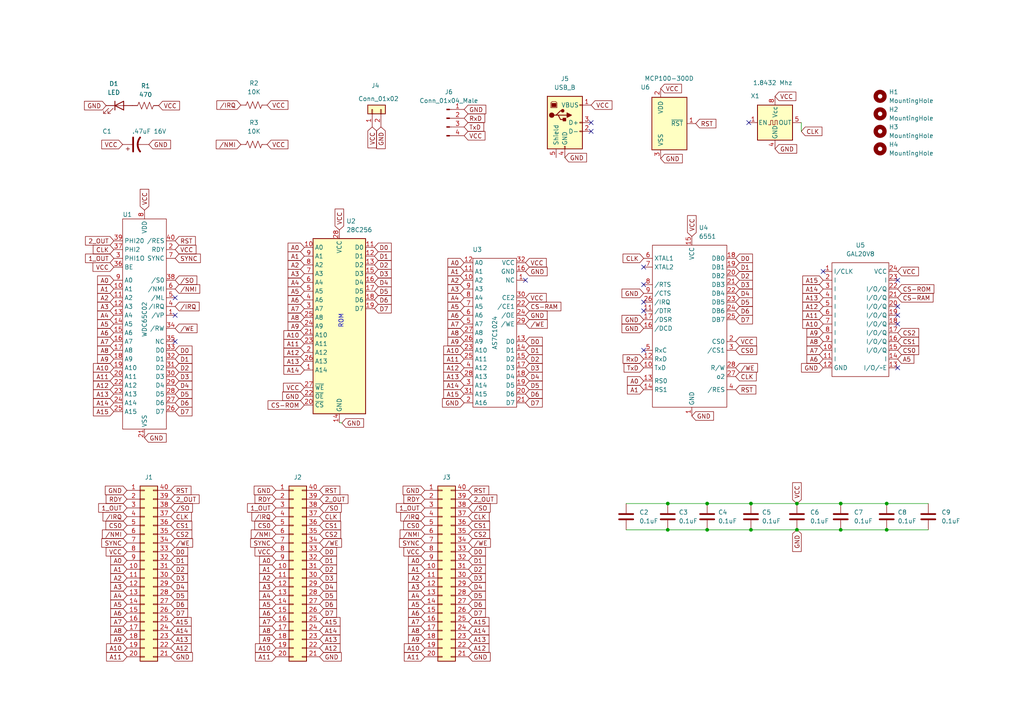
<source format=kicad_sch>
(kicad_sch (version 20211123) (generator eeschema)
  (paper "A4")
  (title_block (title "6502 Single Board Computer") (date "2023-03-16") (rev "1"))
  (junction (at 257.175 153.67))
  (junction (at 231.14 146.05))
  (junction (at 243.84 146.05))
  (junction (at 231.14 153.67))
  (junction (at 217.805 153.67))
  (junction (at 257.175 146.05))
  (junction (at 243.84 153.67))
  (junction (at 205.105 153.67))
  (junction (at 193.675 153.67))
  (junction (at 193.675 146.05))
  (junction (at 205.105 146.05))
  (junction (at 217.805 146.05))
  (no_connect (at 260.35 88.9))
  (no_connect (at 50.8 86.36))
  (no_connect (at 238.76 78.74))
  (no_connect (at 186.69 77.47))
  (no_connect (at 217.17 35.56))
  (no_connect (at 186.69 87.63))
  (no_connect (at 186.69 90.17))
  (no_connect (at 50.8 91.44))
  (no_connect (at 260.35 93.98))
  (no_connect (at 260.35 106.68))
  (no_connect (at 50.8 99.06))
  (no_connect (at 186.69 82.55))
  (no_connect (at 171.45 35.56))
  (no_connect (at 171.45 38.1))
  (no_connect (at 186.69 101.6))
  (no_connect (at 260.35 81.28))
  (no_connect (at 260.35 91.44))
  (no_connect (at 152.4 81.28))
  (wire (pts (xy 231.14 153.67) (xy 243.84 153.67)))
  (wire (pts (xy 193.675 146.05) (xy 205.105 146.05)))
  (wire (pts (xy 257.175 153.67) (xy 269.24 153.67)))
  (wire (pts (xy 205.105 153.67) (xy 217.805 153.67)))
  (wire (pts (xy 257.175 146.05) (xy 269.24 146.05)))
  (wire (pts (xy 163.83 45.7454) (xy 163.83 45.72)))
  (wire (pts (xy 181.61 146.05) (xy 193.675 146.05)))
  (wire (pts (xy 232.41 35.56) (xy 232.41 38.1)))
  (wire (pts (xy 217.805 146.05) (xy 231.14 146.05)))
  (wire (pts (xy 231.14 146.05) (xy 243.84 146.05)))
  (wire (pts (xy 181.61 153.67) (xy 193.675 153.67)))
  (wire (pts (xy 243.84 146.05) (xy 257.175 146.05)))
  (wire (pts (xy 243.84 153.67) (xy 257.175 153.67)))
  (wire (pts (xy 99.1616 122.682) (xy 98.425 122.555)))
  (wire (pts (xy 217.805 153.67) (xy 231.14 153.67)))
  (wire (pts (xy 193.675 153.67) (xy 205.105 153.67)))
  (wire (pts (xy 205.105 146.05) (xy 217.805 146.05)))
  (text "ROM" (at 99.695 95.25 90) (effects (font (size 1.27 1.27)) (justify left bottom)))
  (global_label "A5" (shape input) (at 88.265 84.455 180) (property "Intersheet References" "${INTERSHEET_REFS}" (effects hide)))
  (global_label "A14" (shape input) (at 135.89 182.88 0) (property "Intersheet References" "${INTERSHEET_REFS}" (effects hide)))
  (global_label "D7" (shape input) (at 213.36 92.71 0) (property "Intersheet References" "${INTERSHEET_REFS}" (effects hide)))
  (global_label "A3" (shape input) (at 88.265 79.375 180) (property "Intersheet References" "${INTERSHEET_REFS}" (effects hide)))
  (global_label "A3" (shape input) (at 80.01 170.18 180) (property "Intersheet References" "${INTERSHEET_REFS}" (effects hide)))
  (global_label "A3" (shape input) (at 123.19 170.18 180) (property "Intersheet References" "${INTERSHEET_REFS}" (effects hide)))
  (global_label "A10" (shape input) (at 88.265 97.155 180) (property "Intersheet References" "${INTERSHEET_REFS}" (effects hide)))
  (global_label "A14" (shape input) (at 238.76 83.82 180) (property "Intersheet References" "${INTERSHEET_REFS}" (effects hide)))
  (global_label "A12" (shape input) (at 49.53 187.96 0) (property "Intersheet References" "${INTERSHEET_REFS}" (effects hide)))
  (global_label "A8" (shape input) (at 123.19 182.88 180) (property "Intersheet References" "${INTERSHEET_REFS}" (effects hide)))
  (global_label "A3" (shape input) (at 134.62 83.82 180) (property "Intersheet References" "${INTERSHEET_REFS}" (effects hide)))
  (global_label "GND" (shape input) (at 186.69 95.25 180) (property "Intersheet References" "${INTERSHEET_REFS}" (effects hide)))
  (global_label "A0" (shape input) (at 123.19 162.56 180) (property "Intersheet References" "${INTERSHEET_REFS}" (effects hide)))
  (global_label "1_OUT" (shape input) (at 33.02 74.93 180) (property "Intersheet References" "${INTERSHEET_REFS}" (effects hide)))
  (global_label "A12" (shape input) (at 238.76 88.9 180) (property "Intersheet References" "${INTERSHEET_REFS}" (effects hide)))
  (global_label "GND" (shape input) (at 152.4 78.74 0) (property "Intersheet References" "${INTERSHEET_REFS}" (effects hide)))
  (global_label "A14" (shape input) (at 92.71 182.88 0) (property "Intersheet References" "${INTERSHEET_REFS}" (effects hide)))
  (global_label "A4" (shape input) (at 80.01 172.72 180) (property "Intersheet References" "${INTERSHEET_REFS}" (effects hide)))
  (global_label "A0" (shape input) (at 186.69 110.49 180) (property "Intersheet References" "${INTERSHEET_REFS}" (effects hide)))
  (global_label "A1" (shape input) (at 36.83 165.1 180) (property "Intersheet References" "${INTERSHEET_REFS}" (effects hide)))
  (global_label "CS0" (shape input) (at 123.19 152.4 180) (property "Intersheet References" "${INTERSHEET_REFS}" (effects hide)))
  (global_label "A8" (shape input) (at 36.83 182.88 180) (property "Intersheet References" "${INTERSHEET_REFS}" (effects hide)))
  (global_label "GND" (shape input) (at 92.71 190.5 0) (property "Intersheet References" "${INTERSHEET_REFS}" (effects hide)))
  (global_label "D5" (shape input) (at 108.585 84.455 0) (property "Intersheet References" "${INTERSHEET_REFS}" (effects hide)))
  (global_label "A11" (shape input) (at 36.83 190.5 180) (property "Intersheet References" "${INTERSHEET_REFS}" (effects hide)))
  (global_label "A4" (shape input) (at 134.62 86.36 180) (property "Intersheet References" "${INTERSHEET_REFS}" (effects hide)))
  (global_label "SYNC" (shape input) (at 36.83 157.48 180) (property "Intersheet References" "${INTERSHEET_REFS}" (effects hide)))
  (global_label "D5" (shape input) (at 50.8 114.3 0) (property "Intersheet References" "${INTERSHEET_REFS}" (effects hide)))
  (global_label "2_OUT" (shape input) (at 33.02 69.85 180) (property "Intersheet References" "${INTERSHEET_REFS}" (effects hide)))
  (global_label "A5" (shape input) (at 134.62 88.9 180) (property "Intersheet References" "${INTERSHEET_REFS}" (effects hide)))
  (global_label "{slash}WE" (shape input) (at 50.8 95.25 0) (property "Intersheet References" "${INTERSHEET_REFS}" (effects hide)))
  (global_label "A11" (shape input) (at 238.76 91.44 180) (property "Intersheet References" "${INTERSHEET_REFS}" (effects hide)))
  (global_label "A5" (shape input) (at 80.01 175.26 180) (property "Intersheet References" "${INTERSHEET_REFS}" (effects hide)))
  (global_label "D5" (shape input) (at 49.53 172.72 0) (property "Intersheet References" "${INTERSHEET_REFS}" (effects hide)))
  (global_label "D6" (shape input) (at 152.4 114.3 0) (property "Intersheet References" "${INTERSHEET_REFS}" (effects hide)))
  (global_label "A14" (shape input) (at 49.53 182.88 0) (property "Intersheet References" "${INTERSHEET_REFS}" (effects hide)))
  (global_label "GND" (shape input) (at 49.53 190.5 0) (property "Intersheet References" "${INTERSHEET_REFS}" (effects hide)))
  (global_label "{slash}NMI" (shape input) (at 50.8 83.82 0) (property "Intersheet References" "${INTERSHEET_REFS}" (effects hide)))
  (global_label "A8" (shape input) (at 88.265 92.075 180) (property "Intersheet References" "${INTERSHEET_REFS}" (effects hide)))
  (global_label "CS0" (shape input) (at 36.83 152.4 180) (property "Intersheet References" "${INTERSHEET_REFS}" (effects hide)))
  (global_label "RDY" (shape input) (at 36.83 144.78 180) (property "Intersheet References" "${INTERSHEET_REFS}" (effects hide)))
  (global_label "D1" (shape input) (at 49.53 162.56 0) (property "Intersheet References" "${INTERSHEET_REFS}" (effects hide)))
  (global_label "A14" (shape input) (at 134.62 111.76 180) (property "Intersheet References" "${INTERSHEET_REFS}" (effects hide)))
  (global_label "VCC" (shape input) (at 33.02 77.47 180) (property "Intersheet References" "${INTERSHEET_REFS}" (effects hide)))
  (global_label "{slash}SO" (shape input) (at 49.53 147.32 0) (property "Intersheet References" "${INTERSHEET_REFS}" (effects hide)))
  (global_label "{slash}SO" (shape input) (at 135.89 147.32 0) (property "Intersheet References" "${INTERSHEET_REFS}" (effects hide)))
  (global_label "D5" (shape input) (at 152.4 111.76 0) (property "Intersheet References" "${INTERSHEET_REFS}" (effects hide)))
  (global_label "A15" (shape input) (at 134.62 114.3 180) (property "Intersheet References" "${INTERSHEET_REFS}" (effects hide)))
  (global_label "D6" (shape input) (at 49.53 175.26 0) (property "Intersheet References" "${INTERSHEET_REFS}" (effects hide)))
  (global_label "A15" (shape input) (at 238.76 81.28 180) (property "Intersheet References" "${INTERSHEET_REFS}" (effects hide)))
  (global_label "A8" (shape input) (at 33.02 101.6 180) (property "Intersheet References" "${INTERSHEET_REFS}" (effects hide)))
  (global_label "A6" (shape input) (at 88.265 86.995 180) (property "Intersheet References" "${INTERSHEET_REFS}" (effects hide)))
  (global_label "{slash}WE" (shape input) (at 92.71 157.48 0) (property "Intersheet References" "${INTERSHEET_REFS}" (effects hide)))
  (global_label "A12" (shape input) (at 134.62 106.68 180) (property "Intersheet References" "${INTERSHEET_REFS}" (effects hide)))
  (global_label "A0" (shape input) (at 33.02 81.28 180) (property "Intersheet References" "${INTERSHEET_REFS}" (effects hide)))
  (global_label "GND" (shape input) (at 99.1616 122.682 0) (property "Intersheet References" "${INTERSHEET_REFS}" (effects hide)))
  (global_label "{slash}WE" (shape input) (at 152.4 93.98 0) (property "Intersheet References" "${INTERSHEET_REFS}" (effects hide)))
  (global_label "RDY" (shape input) (at 123.19 144.78 180) (property "Intersheet References" "${INTERSHEET_REFS}" (effects hide)))
  (global_label "SYNC" (shape input) (at 123.19 157.48 180) (property "Intersheet References" "${INTERSHEET_REFS}" (effects hide)))
  (global_label "A9" (shape input) (at 36.83 185.42 180) (property "Intersheet References" "${INTERSHEET_REFS}" (effects hide)))
  (global_label "D3" (shape input) (at 135.89 167.64 0) (property "Intersheet References" "${INTERSHEET_REFS}" (effects hide)))
  (global_label "D7" (shape input) (at 50.8 119.38 0) (property "Intersheet References" "${INTERSHEET_REFS}" (effects hide)))
  (global_label "VCC" (shape input) (at 98.425 66.675 90) (property "Intersheet References" "${INTERSHEET_REFS}" (effects hide)))
  (global_label "A6" (shape input) (at 123.19 177.8 180) (property "Intersheet References" "${INTERSHEET_REFS}" (effects hide)))
  (global_label "A6" (shape input) (at 80.01 177.8 180) (property "Intersheet References" "${INTERSHEET_REFS}" (effects hide)))
  (global_label "CLK" (shape input) (at 92.71 149.86 0) (property "Intersheet References" "${INTERSHEET_REFS}" (effects hide)))
  (global_label "CS0" (shape input) (at 260.35 101.6 0) (property "Intersheet References" "${INTERSHEET_REFS}" (effects hide)))
  (global_label "A1" (shape input) (at 123.19 165.1 180) (property "Intersheet References" "${INTERSHEET_REFS}" (effects hide)))
  (global_label "{slash}WE" (shape input) (at 135.89 157.48 0) (property "Intersheet References" "${INTERSHEET_REFS}" (effects hide)))
  (global_label "A5" (shape input) (at 123.19 175.26 180) (property "Intersheet References" "${INTERSHEET_REFS}" (effects hide)))
  (global_label "RST" (shape input) (at 50.8 69.85 0) (property "Intersheet References" "${INTERSHEET_REFS}" (effects hide)))
  (global_label "A7" (shape input) (at 36.83 180.34 180) (property "Intersheet References" "${INTERSHEET_REFS}" (effects hide)))
  (global_label "A8" (shape input) (at 238.76 99.06 180) (property "Intersheet References" "${INTERSHEET_REFS}" (effects hide)))
  (global_label "D1" (shape input) (at 50.8 104.14 0) (property "Intersheet References" "${INTERSHEET_REFS}" (effects hide)))
  (global_label "A15" (shape input) (at 135.89 180.34 0) (property "Intersheet References" "${INTERSHEET_REFS}" (effects hide)))
  (global_label "A8" (shape input) (at 134.62 96.52 180) (property "Intersheet References" "${INTERSHEET_REFS}" (effects hide)))
  (global_label "VCC" (shape input) (at 191.6176 25.6794 0) (property "Intersheet References" "${INTERSHEET_REFS}" (effects hide)))
  (global_label "{slash}NMI" (shape input) (at 80.01 154.94 180) (property "Intersheet References" "${INTERSHEET_REFS}" (effects hide)))
  (global_label "RST" (shape input) (at 49.53 142.24 0) (property "Intersheet References" "${INTERSHEET_REFS}" (effects hide)))
  (global_label "VCC" (shape input) (at 41.91 60.96 90) (property "Intersheet References" "${INTERSHEET_REFS}" (effects hide)))
  (global_label "CS-RAM" (shape input) (at 260.35 86.36 0) (property "Intersheet References" "${INTERSHEET_REFS}" (effects hide)))
  (global_label "2_OUT" (shape input) (at 92.71 144.78 0) (property "Intersheet References" "${INTERSHEET_REFS}" (effects hide)))
  (global_label "VCC" (shape input) (at 231.14 146.05 90) (property "Intersheet References" "${INTERSHEET_REFS}" (effects hide)))
  (global_label "A11" (shape input) (at 80.01 190.5 180) (property "Intersheet References" "${INTERSHEET_REFS}" (effects hide)))
  (global_label "D5" (shape input) (at 135.89 172.72 0) (property "Intersheet References" "${INTERSHEET_REFS}" (effects hide)))
  (global_label "GND" (shape input) (at 224.79 43.18 0) (property "Intersheet References" "${INTERSHEET_REFS}" (effects hide)))
  (global_label "GND" (shape input) (at 88.265 114.935 180) (property "Intersheet References" "${INTERSHEET_REFS}" (effects hide)))
  (global_label "A12" (shape input) (at 88.265 102.235 180) (property "Intersheet References" "${INTERSHEET_REFS}" (effects hide)))
  (global_label "D0" (shape input) (at 152.4 99.06 0) (property "Intersheet References" "${INTERSHEET_REFS}" (effects hide)))
  (global_label "2_OUT" (shape input) (at 49.53 144.78 0) (property "Intersheet References" "${INTERSHEET_REFS}" (effects hide)))
  (global_label "VCC" (shape input) (at 36.83 160.02 180) (property "Intersheet References" "${INTERSHEET_REFS}" (effects hide)))
  (global_label "RST" (shape input) (at 201.7776 35.8394 0) (property "Intersheet References" "${INTERSHEET_REFS}" (effects hide)))
  (global_label "D0" (shape input) (at 213.36 74.93 0) (property "Intersheet References" "${INTERSHEET_REFS}" (effects hide)))
  (global_label "D3" (shape input) (at 213.36 82.55 0) (property "Intersheet References" "${INTERSHEET_REFS}" (effects hide)))
  (global_label "D0" (shape input) (at 49.53 160.02 0) (property "Intersheet References" "${INTERSHEET_REFS}" (effects hide)))
  (global_label "A4" (shape input) (at 36.83 172.72 180) (property "Intersheet References" "${INTERSHEET_REFS}" (effects hide)))
  (global_label "GND" (shape input) (at 30.7848 30.6324 180) (property "Intersheet References" "${INTERSHEET_REFS}" (effects hide)))
  (global_label "CS2" (shape input) (at 135.89 154.94 0) (property "Intersheet References" "${INTERSHEET_REFS}" (effects hide)))
  (global_label "D7" (shape input) (at 92.71 177.8 0) (property "Intersheet References" "${INTERSHEET_REFS}" (effects hide)))
  (global_label "A7" (shape input) (at 88.265 89.535 180) (property "Intersheet References" "${INTERSHEET_REFS}" (effects hide)))
  (global_label "D3" (shape input) (at 92.71 167.64 0) (property "Intersheet References" "${INTERSHEET_REFS}" (effects hide)))
  (global_label "TxD" (shape input) (at 134.62 36.83 0) (property "Intersheet References" "${INTERSHEET_REFS}" (effects hide)))
  (global_label "D1" (shape input) (at 135.89 162.56 0) (property "Intersheet References" "${INTERSHEET_REFS}" (effects hide)))
  (global_label "D4" (shape input) (at 213.36 85.09 0) (property "Intersheet References" "${INTERSHEET_REFS}" (effects hide)))
  (global_label "CS2" (shape input) (at 260.35 96.52 0) (property "Intersheet References" "${INTERSHEET_REFS}" (effects hide)))
  (global_label "GND" (shape input) (at 36.83 142.24 180) (property "Intersheet References" "${INTERSHEET_REFS}" (effects hide)))
  (global_label "D4" (shape input) (at 49.53 170.18 0) (property "Intersheet References" "${INTERSHEET_REFS}" (effects hide)))
  (global_label "D6" (shape input) (at 92.71 175.26 0) (property "Intersheet References" "${INTERSHEET_REFS}" (effects hide)))
  (global_label "A2" (shape input) (at 123.19 167.64 180) (property "Intersheet References" "${INTERSHEET_REFS}" (effects hide)))
  (global_label "A14" (shape input) (at 33.02 116.84 180) (property "Intersheet References" "${INTERSHEET_REFS}" (effects hide)))
  (global_label "A12" (shape input) (at 92.71 187.96 0) (property "Intersheet References" "${INTERSHEET_REFS}" (effects hide)))
  (global_label "A3" (shape input) (at 36.83 170.18 180) (property "Intersheet References" "${INTERSHEET_REFS}" (effects hide)))
  (global_label "D7" (shape input) (at 49.53 177.8 0) (property "Intersheet References" "${INTERSHEET_REFS}" (effects hide)))
  (global_label "A1" (shape input) (at 80.01 165.1 180) (property "Intersheet References" "${INTERSHEET_REFS}" (effects hide)))
  (global_label "A5" (shape input) (at 36.83 175.26 180) (property "Intersheet References" "${INTERSHEET_REFS}" (effects hide)))
  (global_label "CLK" (shape input) (at 186.69 74.93 180) (property "Intersheet References" "${INTERSHEET_REFS}" (effects hide)))
  (global_label "D7" (shape input) (at 135.89 177.8 0) (property "Intersheet References" "${INTERSHEET_REFS}" (effects hide)))
  (global_label "GND" (shape input) (at 123.19 142.24 180) (property "Intersheet References" "${INTERSHEET_REFS}" (effects hide)))
  (global_label "D2" (shape input) (at 49.53 165.1 0) (property "Intersheet References" "${INTERSHEET_REFS}" (effects hide)))
  (global_label "D0" (shape input) (at 135.89 160.02 0) (property "Intersheet References" "${INTERSHEET_REFS}" (effects hide)))
  (global_label "GND" (shape input) (at 152.4 91.44 0) (property "Intersheet References" "${INTERSHEET_REFS}" (effects hide)))
  (global_label "VCC" (shape input) (at 213.36 99.06 0) (property "Intersheet References" "${INTERSHEET_REFS}" (effects hide)))
  (global_label "A9" (shape input) (at 123.19 185.42 180) (property "Intersheet References" "${INTERSHEET_REFS}" (effects hide)))
  (global_label "A12" (shape input) (at 33.02 111.76 180) (property "Intersheet References" "${INTERSHEET_REFS}" (effects hide)))
  (global_label "{slash}WE" (shape input) (at 49.53 157.48 0) (property "Intersheet References" "${INTERSHEET_REFS}" (effects hide)))
  (global_label "RDY" (shape input) (at 80.01 144.78 180) (property "Intersheet References" "${INTERSHEET_REFS}" (effects hide)))
  (global_label "A7" (shape input) (at 33.02 99.06 180) (property "Intersheet References" "${INTERSHEET_REFS}" (effects hide)))
  (global_label "{slash}IRQ" (shape input) (at 69.85 30.48 180) (property "Intersheet References" "${INTERSHEET_REFS}" (effects hide)))
  (global_label "GND" (shape input) (at 134.62 31.75 0) (property "Intersheet References" "${INTERSHEET_REFS}" (effects hide)))
  (global_label "RST" (shape input) (at 213.36 113.03 0) (property "Intersheet References" "${INTERSHEET_REFS}" (effects hide)))
  (global_label "D1" (shape input) (at 108.585 74.295 0) (property "Intersheet References" "${INTERSHEET_REFS}" (effects hide)))
  (global_label "A9" (shape input) (at 80.01 185.42 180) (property "Intersheet References" "${INTERSHEET_REFS}" (effects hide)))
  (global_label "{slash}WE" (shape input) (at 213.36 106.68 0) (property "Intersheet References" "${INTERSHEET_REFS}" (effects hide)))
  (global_label "1_OUT" (shape input) (at 36.83 147.32 180) (property "Intersheet References" "${INTERSHEET_REFS}" (effects hide)))
  (global_label "A11" (shape input) (at 134.62 104.14 180) (property "Intersheet References" "${INTERSHEET_REFS}" (effects hide)))
  (global_label "A3" (shape input) (at 33.02 88.9 180) (property "Intersheet References" "${INTERSHEET_REFS}" (effects hide)))
  (global_label "A12" (shape input) (at 135.89 187.96 0) (property "Intersheet References" "${INTERSHEET_REFS}" (effects hide)))
  (global_label "D7" (shape input) (at 108.585 89.535 0) (property "Intersheet References" "${INTERSHEET_REFS}" (effects hide)))
  (global_label "A0" (shape input) (at 88.265 71.755 180) (property "Intersheet References" "${INTERSHEET_REFS}" (effects hide)))
  (global_label "A13" (shape input) (at 134.62 109.22 180) (property "Intersheet References" "${INTERSHEET_REFS}" (effects hide)))
  (global_label "A11" (shape input) (at 88.265 99.695 180) (property "Intersheet References" "${INTERSHEET_REFS}" (effects hide)))
  (global_label "A5" (shape input) (at 260.35 104.14 0) (property "Intersheet References" "${INTERSHEET_REFS}" (effects hide)))
  (global_label "SYNC" (shape input) (at 80.01 157.48 180) (property "Intersheet References" "${INTERSHEET_REFS}" (effects hide)))
  (global_label "D1" (shape input) (at 152.4 101.6 0) (property "Intersheet References" "${INTERSHEET_REFS}" (effects hide)))
  (global_label "A1" (shape input) (at 33.02 83.82 180) (property "Intersheet References" "${INTERSHEET_REFS}" (effects hide)))
  (global_label "A14" (shape input) (at 88.265 107.315 180) (property "Intersheet References" "${INTERSHEET_REFS}" (effects hide)))
  (global_label "A2" (shape input) (at 36.83 167.64 180) (property "Intersheet References" "${INTERSHEET_REFS}" (effects hide)))
  (global_label "A6" (shape input) (at 238.76 104.14 180) (property "Intersheet References" "${INTERSHEET_REFS}" (effects hide)))
  (global_label "A2" (shape input) (at 88.265 76.835 180) (property "Intersheet References" "${INTERSHEET_REFS}" (effects hide)))
  (global_label "D3" (shape input) (at 108.585 79.375 0) (property "Intersheet References" "${INTERSHEET_REFS}" (effects hide)))
  (global_label "D0" (shape input) (at 108.585 71.755 0) (property "Intersheet References" "${INTERSHEET_REFS}" (effects hide)))
  (global_label "D5" (shape input) (at 92.71 172.72 0) (property "Intersheet References" "${INTERSHEET_REFS}" (effects hide)))
  (global_label "A10" (shape input) (at 36.83 187.96 180) (property "Intersheet References" "${INTERSHEET_REFS}" (effects hide)))
  (global_label "GND" (shape input) (at 43.18 41.91 0) (property "Intersheet References" "${INTERSHEET_REFS}" (effects hide)))
  (global_label "CS2" (shape input) (at 92.71 154.94 0) (property "Intersheet References" "${INTERSHEET_REFS}" (effects hide)))
  (global_label "D2" (shape input) (at 50.8 106.68 0) (property "Intersheet References" "${INTERSHEET_REFS}" (effects hide)))
  (global_label "A4" (shape input) (at 33.02 91.44 180) (property "Intersheet References" "${INTERSHEET_REFS}" (effects hide)))
  (global_label "CS-ROM" (shape input) (at 260.35 83.82 0) (property "Intersheet References" "${INTERSHEET_REFS}" (effects hide)))
  (global_label "D2" (shape input) (at 135.89 165.1 0) (property "Intersheet References" "${INTERSHEET_REFS}" (effects hide)))
  (global_label "D5" (shape input) (at 213.36 87.63 0) (property "Intersheet References" "${INTERSHEET_REFS}" (effects hide)))
  (global_label "CLK" (shape input) (at 232.41 38.1 0) (property "Intersheet References" "${INTERSHEET_REFS}" (effects hide)))
  (global_label "CS0" (shape input) (at 80.01 152.4 180) (property "Intersheet References" "${INTERSHEET_REFS}" (effects hide)))
  (global_label "GND" (shape input) (at 110.49 36.83 270) (property "Intersheet References" "${INTERSHEET_REFS}" (effects hide)))
  (global_label "A5" (shape input) (at 33.02 93.98 180) (property "Intersheet References" "${INTERSHEET_REFS}" (effects hide)))
  (global_label "GND" (shape input) (at 191.6176 45.9994 0) (property "Intersheet References" "${INTERSHEET_REFS}" (effects hide)))
  (global_label "D6" (shape input) (at 108.585 86.995 0) (property "Intersheet References" "${INTERSHEET_REFS}" (effects hide)))
  (global_label "RxD" (shape input) (at 186.69 104.14 180) (property "Intersheet References" "${INTERSHEET_REFS}" (effects hide)))
  (global_label "CS1" (shape input) (at 49.53 152.4 0) (property "Intersheet References" "${INTERSHEET_REFS}" (effects hide)))
  (global_label "GND" (shape input) (at 134.62 116.84 180) (property "Intersheet References" "${INTERSHEET_REFS}" (effects hide)))
  (global_label "A10" (shape input) (at 80.01 187.96 180) (property "Intersheet References" "${INTERSHEET_REFS}" (effects hide)))
  (global_label "D2" (shape input) (at 213.36 80.01 0) (property "Intersheet References" "${INTERSHEET_REFS}" (effects hide)))
  (global_label "A6" (shape input) (at 33.02 96.52 180) (property "Intersheet References" "${INTERSHEET_REFS}" (effects hide)))
  (global_label "{slash}SO" (shape input) (at 92.71 147.32 0) (property "Intersheet References" "${INTERSHEET_REFS}" (effects hide)))
  (global_label "A13" (shape input) (at 135.89 185.42 0) (property "Intersheet References" "${INTERSHEET_REFS}" (effects hide)))
  (global_label "A2" (shape input) (at 80.01 167.64 180) (property "Intersheet References" "${INTERSHEET_REFS}" (effects hide)))
  (global_label "A8" (shape input) (at 80.01 182.88 180) (property "Intersheet References" "${INTERSHEET_REFS}" (effects hide)))
  (global_label "A15" (shape input) (at 49.53 180.34 0) (property "Intersheet References" "${INTERSHEET_REFS}" (effects hide)))
  (global_label "GND" (shape input) (at 186.69 92.71 180) (property "Intersheet References" "${INTERSHEET_REFS}" (effects hide)))
  (global_label "D7" (shape input) (at 152.4 116.84 0) (property "Intersheet References" "${INTERSHEET_REFS}" (effects hide)))
  (global_label "D6" (shape input) (at 135.89 175.26 0) (property "Intersheet References" "${INTERSHEET_REFS}" (effects hide)))
  (global_label "VCC" (shape input) (at 46.0248 30.6324 0) (property "Intersheet References" "${INTERSHEET_REFS}" (effects hide)))
  (global_label "D1" (shape input) (at 92.71 162.56 0) (property "Intersheet References" "${INTERSHEET_REFS}" (effects hide)))
  (global_label "CS0" (shape input) (at 213.36 101.6 0) (property "Intersheet References" "${INTERSHEET_REFS}" (effects hide)))
  (global_label "VCC" (shape input) (at 35.56 41.91 180) (property "Intersheet References" "${INTERSHEET_REFS}" (effects hide)))
  (global_label "{slash}IRQ" (shape input) (at 123.19 149.86 180) (property "Intersheet References" "${INTERSHEET_REFS}" (effects hide)))
  (global_label "A15" (shape input) (at 33.02 119.38 180) (property "Intersheet References" "${INTERSHEET_REFS}" (effects hide)))
  (global_label "A1" (shape input) (at 134.62 78.74 180) (property "Intersheet References" "${INTERSHEET_REFS}" (effects hide)))
  (global_label "A13" (shape input) (at 88.265 104.775 180) (property "Intersheet References" "${INTERSHEET_REFS}" (effects hide)))
  (global_label "A15" (shape input) (at 92.71 180.34 0) (property "Intersheet References" "${INTERSHEET_REFS}" (effects hide)))
  (global_label "A7" (shape input) (at 238.76 101.6 180) (property "Intersheet References" "${INTERSHEET_REFS}" (effects hide)))
  (global_label "CLK" (shape input) (at 33.02 72.39 180) (property "Intersheet References" "${INTERSHEET_REFS}" (effects hide)))
  (global_label "A1" (shape input) (at 88.265 74.295 180) (property "Intersheet References" "${INTERSHEET_REFS}" (effects hide)))
  (global_label "A2" (shape input) (at 134.62 81.28 180) (property "Intersheet References" "${INTERSHEET_REFS}" (effects hide)))
  (global_label "A9" (shape input) (at 134.62 99.06 180) (property "Intersheet References" "${INTERSHEET_REFS}" (effects hide)))
  (global_label "CLK" (shape input) (at 213.36 109.22 0) (property "Intersheet References" "${INTERSHEET_REFS}" (effects hide)))
  (global_label "D4" (shape input) (at 92.71 170.18 0) (property "Intersheet References" "${INTERSHEET_REFS}" (effects hide)))
  (global_label "D3" (shape input) (at 50.8 109.22 0) (property "Intersheet References" "${INTERSHEET_REFS}" (effects hide)))
  (global_label "A7" (shape input) (at 80.01 180.34 180) (property "Intersheet References" "${INTERSHEET_REFS}" (effects hide)))
  (global_label "A9" (shape input) (at 33.02 104.14 180) (property "Intersheet References" "${INTERSHEET_REFS}" (effects hide)))
  (global_label "D2" (shape input) (at 152.4 104.14 0) (property "Intersheet References" "${INTERSHEET_REFS}" (effects hide)))
  (global_label "A13" (shape input) (at 33.02 114.3 180) (property "Intersheet References" "${INTERSHEET_REFS}" (effects hide)))
  (global_label "RxD" (shape input) (at 134.62 34.29 0) (property "Intersheet References" "${INTERSHEET_REFS}" (effects hide)))
  (global_label "A9" (shape input) (at 88.265 94.615 180) (property "Intersheet References" "${INTERSHEET_REFS}" (effects hide)))
  (global_label "D3" (shape input) (at 152.4 106.68 0) (property "Intersheet References" "${INTERSHEET_REFS}" (effects hide)))
  (global_label "GND" (shape input) (at 163.83 45.72 0) (property "Intersheet References" "${INTERSHEET_REFS}" (effects hide)))
  (global_label "CLK" (shape input) (at 49.53 149.86 0) (property "Intersheet References" "${INTERSHEET_REFS}" (effects hide)))
  (global_label "A13" (shape input) (at 238.76 86.36 180) (property "Intersheet References" "${INTERSHEET_REFS}" (effects hide)))
  (global_label "A11" (shape input) (at 123.19 190.5 180) (property "Intersheet References" "${INTERSHEET_REFS}" (effects hide)))
  (global_label "RST" (shape input) (at 92.71 142.24 0) (property "Intersheet References" "${INTERSHEET_REFS}" (effects hide)))
  (global_label "A7" (shape input) (at 123.19 180.34 180) (property "Intersheet References" "${INTERSHEET_REFS}" (effects hide)))
  (global_label "A4" (shape input) (at 88.265 81.915 180) (property "Intersheet References" "${INTERSHEET_REFS}" (effects hide)))
  (global_label "{slash}NMI" (shape input) (at 123.19 154.94 180) (property "Intersheet References" "${INTERSHEET_REFS}" (effects hide)))
  (global_label "CS-RAM" (shape input) (at 152.4 88.9 0) (property "Intersheet References" "${INTERSHEET_REFS}" (effects hide)))
  (global_label "SYNC" (shape input) (at 50.8 74.93 0) (property "Intersheet References" "${INTERSHEET_REFS}" (effects hide)))
  (global_label "GND" (shape input) (at 231.14 153.67 270) (property "Intersheet References" "${INTERSHEET_REFS}" (effects hide)))
  (global_label "{slash}IRQ" (shape input) (at 50.8 88.9 0) (property "Intersheet References" "${INTERSHEET_REFS}" (effects hide)))
  (global_label "A2" (shape input) (at 33.02 86.36 180) (property "Intersheet References" "${INTERSHEET_REFS}" (effects hide)))
  (global_label "A0" (shape input) (at 80.01 162.56 180) (property "Intersheet References" "${INTERSHEET_REFS}" (effects hide)))
  (global_label "VCC" (shape input) (at 77.47 41.91 0) (property "Intersheet References" "${INTERSHEET_REFS}" (effects hide)))
  (global_label "A4" (shape input) (at 123.19 172.72 180) (property "Intersheet References" "${INTERSHEET_REFS}" (effects hide)))
  (global_label "VCC" (shape input) (at 107.95 36.83 270) (property "Intersheet References" "${INTERSHEET_REFS}" (effects hide)))
  (global_label "D1" (shape input) (at 213.36 77.47 0) (property "Intersheet References" "${INTERSHEET_REFS}" (effects hide)))
  (global_label "GND" (shape input) (at 186.69 85.09 180) (property "Intersheet References" "${INTERSHEET_REFS}" (effects hide)))
  (global_label "CS1" (shape input) (at 92.71 152.4 0) (property "Intersheet References" "${INTERSHEET_REFS}" (effects hide)))
  (global_label "CS-ROM" (shape input) (at 88.265 117.475 180) (property "Intersheet References" "${INTERSHEET_REFS}" (effects hide)))
  (global_label "A9" (shape input) (at 238.76 96.52 180) (property "Intersheet References" "${INTERSHEET_REFS}" (effects hide)))
  (global_label "A1" (shape input) (at 186.69 113.03 180) (property "Intersheet References" "${INTERSHEET_REFS}" (effects hide)))
  (global_label "VCC" (shape input) (at 80.01 160.02 180) (property "Intersheet References" "${INTERSHEET_REFS}" (effects hide)))
  (global_label "D2" (shape input) (at 108.585 76.835 0) (property "Intersheet References" "${INTERSHEET_REFS}" (effects hide)))
  (global_label "A0" (shape input) (at 134.62 76.2 180) (property "Intersheet References" "${INTERSHEET_REFS}" (effects hide)))
  (global_label "A10" (shape input) (at 238.76 93.98 180) (property "Intersheet References" "${INTERSHEET_REFS}" (effects hide)))
  (global_label "A10" (shape input) (at 33.02 106.68 180) (property "Intersheet References" "${INTERSHEET_REFS}" (effects hide)))
  (global_label "VCC" (shape input) (at 50.8 72.39 0) (property "Intersheet References" "${INTERSHEET_REFS}" (effects hide)))
  (global_label "D4" (shape input) (at 50.8 111.76 0) (property "Intersheet References" "${INTERSHEET_REFS}" (effects hide)))
  (global_label "VCC" (shape input) (at 77.47 30.48 0) (property "Intersheet References" "${INTERSHEET_REFS}" (effects hide)))
  (global_label "VCC" (shape input) (at 200.66 68.58 90) (property "Intersheet References" "${INTERSHEET_REFS}" (effects hide)))
  (global_label "A11" (shape input) (at 33.02 109.22 180) (property "Intersheet References" "${INTERSHEET_REFS}" (effects hide)))
  (global_label "CS2" (shape input) (at 49.53 154.94 0) (property "Intersheet References" "${INTERSHEET_REFS}" (effects hide)))
  (global_label "VCC" (shape input) (at 134.62 39.37 0) (property "Intersheet References" "${INTERSHEET_REFS}" (effects hide)))
  (global_label "VCC" (shape input) (at 152.4 76.2 0) (property "Intersheet References" "${INTERSHEET_REFS}" (effects hide)))
  (global_label "GND" (shape input) (at 80.01 142.24 180) (property "Intersheet References" "${INTERSHEET_REFS}" (effects hide)))
  (global_label "VCC" (shape input) (at 224.79 27.94 0) (property "Intersheet References" "${INTERSHEET_REFS}" (effects hide)))
  (global_label "RST" (shape input) (at 135.89 142.24 0) (property "Intersheet References" "${INTERSHEET_REFS}" (effects hide)))
  (global_label "CS1" (shape input) (at 260.35 99.06 0) (property "Intersheet References" "${INTERSHEET_REFS}" (effects hide)))
  (global_label "A6" (shape input) (at 134.62 91.44 180) (property "Intersheet References" "${INTERSHEET_REFS}" (effects hide)))
  (global_label "{slash}IRQ" (shape input) (at 80.01 149.86 180) (property "Intersheet References" "${INTERSHEET_REFS}" (effects hide)))
  (global_label "D4" (shape input) (at 152.4 109.22 0) (property "Intersheet References" "${INTERSHEET_REFS}" (effects hide)))
  (global_label "A10" (shape input) (at 123.19 187.96 180) (property "Intersheet References" "${INTERSHEET_REFS}" (effects hide)))
  (global_label "D4" (shape input) (at 108.585 81.915 0) (property "Intersheet References" "${INTERSHEET_REFS}" (effects hide)))
  (global_label "{slash}NMI" (shape input) (at 69.85 41.91 180) (property "Intersheet References" "${INTERSHEET_REFS}" (effects hide)))
  (global_label "D6" (shape input) (at 213.36 90.17 0) (property "Intersheet References" "${INTERSHEET_REFS}" (effects hide)))
  (global_label "GND" (shape input) (at 238.76 106.68 180) (property "Intersheet References" "${INTERSHEET_REFS}" (effects hide)))
  (global_label "VCC" (shape input) (at 88.265 112.395 180) (property "Intersheet References" "${INTERSHEET_REFS}" (effects hide)))
  (global_label "VCC" (shape input) (at 171.45 30.48 0) (property "Intersheet References" "${INTERSHEET_REFS}" (effects hide)))
  (global_label "D0" (shape input) (at 92.71 160.02 0) (property "Intersheet References" "${INTERSHEET_REFS}" (effects hide)))
  (global_label "GND" (shape input) (at 135.89 190.5 0) (property "Intersheet References" "${INTERSHEET_REFS}" (effects hide)))
  (global_label "D6" (shape input) (at 50.8 116.84 0) (property "Intersheet References" "${INTERSHEET_REFS}" (effects hide)))
  (global_label "D4" (shape input) (at 135.89 170.18 0) (property "Intersheet References" "${INTERSHEET_REFS}" (effects hide)))
  (global_label "{slash}SO" (shape input) (at 50.8 81.28 0) (property "Intersheet References" "${INTERSHEET_REFS}" (effects hide)))
  (global_label "A6" (shape input) (at 36.83 177.8 180) (property "Intersheet References" "${INTERSHEET_REFS}" (effects hide)))
  (global_label "A7" (shape input) (at 134.62 93.98 180) (property "Intersheet References" "${INTERSHEET_REFS}" (effects hide)))
  (global_label "VCC" (shape input) (at 260.35 78.74 0) (property "Intersheet References" "${INTERSHEET_REFS}" (effects hide)))
  (global_label "1_OUT" (shape input) (at 123.19 147.32 180) (property "Intersheet References" "${INTERSHEET_REFS}" (effects hide)))
  (global_label "GND" (shape input) (at 41.91 127 0) (property "Intersheet References" "${INTERSHEET_REFS}" (effects hide)))
  (global_label "VCC" (shape input) (at 152.4 86.36 0) (property "Intersheet References" "${INTERSHEET_REFS}" (effects hide)))
  (global_label "D0" (shape input) (at 50.8 101.6 0) (property "Intersheet References" "${INTERSHEET_REFS}" (effects hide)))
  (global_label "{slash}IRQ" (shape input) (at 36.83 149.86 180) (property "Intersheet References" "${INTERSHEET_REFS}" (effects hide)))
  (global_label "A10" (shape input) (at 134.62 101.6 180) (property "Intersheet References" "${INTERSHEET_REFS}" (effects hide)))
  (global_label "D2" (shape input) (at 92.71 165.1 0) (property "Intersheet References" "${INTERSHEET_REFS}" (effects hide)))
  (global_label "1_OUT" (shape input) (at 80.01 147.32 180) (property "Intersheet References" "${INTERSHEET_REFS}" (effects hide)))
  (global_label "TxD" (shape input) (at 186.69 106.68 180) (property "Intersheet References" "${INTERSHEET_REFS}" (effects hide)))
  (global_label "A0" (shape input) (at 36.83 162.56 180) (property "Intersheet References" "${INTERSHEET_REFS}" (effects hide)))
  (global_label "VCC" (shape input) (at 123.19 160.02 180) (property "Intersheet References" "${INTERSHEET_REFS}" (effects hide)))
  (global_label "2_OUT" (shape input) (at 135.89 144.78 0) (property "Intersheet References" "${INTERSHEET_REFS}" (effects hide)))
  (global_label "{slash}NMI" (shape input) (at 36.83 154.94 180) (property "Intersheet References" "${INTERSHEET_REFS}" (effects hide)))
  (global_label "A13" (shape input) (at 49.53 185.42 0) (property "Intersheet References" "${INTERSHEET_REFS}" (effects hide)))
  (global_label "CS1" (shape input) (at 135.89 152.4 0) (property "Intersheet References" "${INTERSHEET_REFS}" (effects hide)))
  (global_label "D3" (shape input) (at 49.53 167.64 0) (property "Intersheet References" "${INTERSHEET_REFS}" (effects hide)))
  (global_label "GND" (shape input) (at 200.66 120.65 0) (property "Intersheet References" "${INTERSHEET_REFS}" (effects hide)))
  (global_label "A13" (shape input) (at 92.71 185.42 0) (property "Intersheet References" "${INTERSHEET_REFS}" (effects hide)))
  (global_label "CLK" (shape input) (at 135.89 149.86 0) (property "Intersheet References" "${INTERSHEET_REFS}" (effects hide)))
  (symbol (lib_id "Memory_EEPROM:28C256") (at 98.425 94.615 0) (unit 1)
    (property "Reference" "U2" (at 100.4444 64.135 0) (effects (justify left)))
    (property "Value" "28C256" (at 100.4444 66.675 0) (effects (justify left)))
    (property "Footprint" "Package_DIP:DIP-28_W15.24mm_Socket" (effects hide))
    (property "Datasheet" "http://ww1.microchip.com/downloads/en/DeviceDoc/doc0006.pdf" (effects hide))
  )
  (symbol (lib_id "Device:C") (at 257.175 149.86 0) (unit 1)
    (property "Reference" "C8" (at 260.35 148.5899 0) (effects (justify left)))
    (property "Value" "0.1uF" (at 260.35 151.1299 0) (effects (justify left)))
    (property "Footprint" "Capacitor_THT:C_Disc_D3.4mm_W2.1mm_P2.50mm" (effects hide))
  )
  (symbol (lib_id "Mechanical:MountingHole") (at 255.27 38.1 0) (unit 1)
    (property "Reference" "H3" (at 257.81 36.8299 0) (effects (justify left)))
    (property "Value" "MountingHole" (at 257.81 39.3699 0) (effects (justify left)))
    (property "Footprint" "MountingHole:MountingHole_3.2mm_M3" (effects hide))
  )
  (symbol (lib_id "Device:LED") (at 34.5948 30.6324 0) (unit 1)
    (property "Reference" "D1" (at 33.0073 24.2824 0))
    (property "Value" "LED" (at 33.0073 26.8224 0))
    (property "Footprint" "LED_THT:LED_D5.0mm" (effects hide))
  )
  (symbol (lib_id "Device:C") (at 269.24 149.86 0) (unit 1)
    (property "Reference" "C9" (at 273.05 148.5899 0) (effects (justify left)))
    (property "Value" "0.1uF" (at 273.05 151.1299 0) (effects (justify left)))
    (property "Footprint" "Capacitor_THT:C_Disc_D3.4mm_W2.1mm_P2.50mm" (effects hide))
  )
  (symbol (lib_id "6502:WDC65C02") (at 41.91 92.71 0) (unit 1)
    (property "Reference" "U1" (at 35.56 62.23 0) (effects (justify left)))
    (property "Value" "WDC65C02" (at 41.91 97.79 90) (effects (justify left)))
    (property "Footprint" "Package_DIP:DIP-40_W15.24mm_Socket" (effects hide))
  )
  (symbol (lib_id "Device:C") (at 193.675 149.86 0) (unit 1)
    (property "Reference" "C3" (at 196.85 148.5899 0) (effects (justify left)))
    (property "Value" "0.1uF" (at 196.85 151.1299 0) (effects (justify left)))
    (property "Footprint" "Capacitor_THT:C_Disc_D3.4mm_W2.1mm_P2.50mm" (effects hide))
  )
  (symbol (lib_id "Device:C") (at 243.84 149.86 0) (unit 1)
    (property "Reference" "C7" (at 247.65 148.5899 0) (effects (justify left)))
    (property "Value" "0.1uF" (at 247.65 151.1299 0) (effects (justify left)))
    (property "Footprint" "Capacitor_THT:C_Disc_D3.4mm_W2.1mm_P2.50mm" (effects hide))
  )
  (symbol (lib_id "Mechanical:MountingHole") (at 255.27 33.02 0) (unit 1)
    (property "Reference" "H2" (at 257.81 31.7499 0) (effects (justify left)))
    (property "Value" "MountingHole" (at 257.81 34.2899 0) (effects (justify left)))
    (property "Footprint" "MountingHole:MountingHole_3.2mm_M3" (effects hide))
  )
  (symbol (lib_id "Device:R_US") (at 73.66 30.48 270) (unit 1)
    (property "Reference" "R2" (at 73.66 24.13 90))
    (property "Value" "10K" (at 73.66 26.67 90))
    (property "Footprint" "Resistor_THT:R_Axial_DIN0204_L3.6mm_D1.6mm_P7.62mm_Horizontal" (effects hide))
  )
  (symbol (lib_id "Device:C") (at 181.61 149.86 0) (unit 1)
    (property "Reference" "C2" (at 185.42 148.5899 0) (effects (justify left)))
    (property "Value" "0.1uF" (at 185.42 151.1299 0) (effects (justify left)))
    (property "Footprint" "Capacitor_THT:C_Disc_D3.4mm_W2.1mm_P2.50mm" (effects hide))
  )
  (symbol (lib_id "-MyStuff:Conn_02x20_Counter_Clockwise") (at 129.54 191.77 0) (unit 1)
    (property "Reference" "J3" (at 129.54 138.43 0))
    (property "Value" "Conn_02x20_Counter_Clockwise" (effects hide))
    (property "Footprint" "-MyStuff:PinSocket_2x20_P2.54mm_Vertical" (effects hide))
  )
  (symbol (lib_id "Device:R_US") (at 73.66 41.91 270) (unit 1)
    (property "Reference" "R3" (at 73.66 35.56 90))
    (property "Value" "10K" (at 73.66 38.1 90))
    (property "Footprint" "Resistor_THT:R_Axial_DIN0204_L3.6mm_D1.6mm_P7.62mm_Horizontal" (effects hide))
  )
  (symbol (lib_id "Device:C") (at 231.14 149.86 0) (unit 1)
    (property "Reference" "C6" (at 234.95 148.5899 0) (effects (justify left)))
    (property "Value" "0.1uF" (at 234.95 151.1299 0) (effects (justify left)))
    (property "Footprint" "Capacitor_THT:C_Disc_D3.4mm_W2.1mm_P2.50mm" (effects hide))
  )
  (symbol (lib_id "Connector:USB_B") (at 163.83 35.56 0) (unit 1)
    (property "Reference" "J5" (at 163.83 22.8346 0))
    (property "Value" "USB_B" (at 163.83 25.3746 0))
    (property "Footprint" "Connector_USB:USB_Mini-B_Lumberg_2486_01_Horizontal" (effects hide))
    (property "Datasheet" " ~" (effects hide))
  )
  (symbol (lib_id "6502:6551") (at 200.66 93.98 0) (unit 1)
    (property "Reference" "U4" (at 202.6794 66.04 0) (effects (justify left)))
    (property "Value" "6551" (at 202.6794 68.58 0) (effects (justify left)))
    (property "Footprint" "Package_DIP:DIP-28_W15.24mm_Socket" (effects hide))
  )
  (symbol (lib_id "Device:C_Polarized_US") (at 39.37 41.91 90) (unit 1)
    (property "Reference" "C1" (at 32.385 38.1 90) (effects (justify left)))
    (property "Value" ".47uF 16V" (at 48.26 38.1 90) (effects (justify left)))
    (property "Footprint" "Capacitor_THT:CP_Radial_D5.0mm_P2.00mm" (effects hide))
  )
  (symbol (lib_id "-MyStuff:AS7C1024") (at 143.51 96.52 0) (unit 1)
    (property "Reference" "U3" (at 138.43 72.39 0))
    (property "Value" "AS7C1024" (at 143.51 96.52 90))
    (property "Footprint" "Package_DIP:DIP-32_W7.62mm" (effects hide))
  )
  (symbol (lib_id "-MyStuff:GAL20V8") (at 250.19 92.71 0) (unit 1)
    (property "Reference" "U5" (at 249.555 71.12 0))
    (property "Value" "GAL20V8" (at 249.555 73.66 0))
    (property "Footprint" "Package_DIP:DIP-24_W7.62mm_Socket" (effects hide))
  )
  (symbol (lib_id "Oscillator:CXO_DIP8") (at 224.79 35.56 0) (unit 1)
    (property "Reference" "X1" (at 219.0242 27.8384 0))
    (property "Value" "1.8432 Mhz" (at 224.1042 24.0284 0))
    (property "Footprint" "Oscillator:Oscillator_DIP-8" (effects hide))
    (property "Datasheet" "http://cdn-reichelt.de/documents/datenblatt/B400/OSZI.pdf" (effects hide))
  )
  (symbol (lib_id "-MyStuff:Conn_02x20_Counter_Clockwise") (at 43.18 191.77 0) (unit 1)
    (property "Reference" "J1" (at 43.18 138.43 0))
    (property "Value" "Conn_02x20_Counter_Clockwise" (effects hide))
    (property "Footprint" "-MyStuff:PinSocket_2x20_P2.54mm_Vertical" (effects hide))
  )
  (symbol (lib_id "Connector:Conn_01x04_Male") (at 129.54 34.29 0) (unit 1)
    (property "Reference" "J6" (at 130.175 26.67 0))
    (property "Value" "Conn_01x04_Male" (at 130.175 29.21 0))
    (property "Footprint" "Connector_PinHeader_2.54mm:PinHeader_1x04_P2.54mm_Horizontal" (effects hide))
  )
  (symbol (lib_id "Mechanical:MountingHole") (at 255.27 43.18 0) (unit 1)
    (property "Reference" "H4" (at 257.81 41.9099 0) (effects (justify left)))
    (property "Value" "MountingHole" (at 257.81 44.4499 0) (effects (justify left)))
    (property "Footprint" "MountingHole:MountingHole_3.2mm_M3" (effects hide))
  )
  (symbol (lib_id "Device:C") (at 217.805 149.86 0) (unit 1)
    (property "Reference" "C5" (at 220.98 148.5899 0) (effects (justify left)))
    (property "Value" "0.1uF" (at 220.98 151.1299 0) (effects (justify left)))
    (property "Footprint" "Capacitor_THT:C_Disc_D3.4mm_W2.1mm_P2.50mm" (effects hide))
  )
  (symbol (lib_id "-MyStuff:Conn_02x20_Counter_Clockwise") (at 86.36 191.77 0) (unit 1)
    (property "Reference" "J2" (at 86.36 138.43 0))
    (property "Value" "Conn_02x20_Counter_Clockwise" (effects hide))
    (property "Footprint" "-MyStuff:PinSocket_2x20_P2.54mm_Vertical" (effects hide))
  )
  (symbol (lib_id "Connector_Generic:Conn_01x02") (at 107.95 31.75 90) (unit 1)
    (property "Reference" "J4" (at 107.696 24.8412 90) (effects (justify right)))
    (property "Value" "Conn_01x02" (at 103.886 28.6512 90) (effects (justify right)))
    (property "Footprint" "Connector_PinHeader_2.54mm:PinHeader_1x02_P2.54mm_Horizontal" (effects hide))
  )
  (symbol (lib_id "Device:R_US") (at 42.2148 30.6324 90) (unit 1)
    (property "Reference" "R1" (at 42.2148 24.9174 90))
    (property "Value" "470" (at 42.2148 27.4574 90))
    (property "Footprint" "Resistor_THT:R_Axial_DIN0204_L3.6mm_D1.6mm_P7.62mm_Horizontal" (effects hide))
  )
  (symbol (lib_id "Device:C") (at 205.105 149.86 0) (unit 1)
    (property "Reference" "C4" (at 208.28 148.5899 0) (effects (justify left)))
    (property "Value" "0.1uF" (at 208.28 151.1299 0) (effects (justify left)))
    (property "Footprint" "Capacitor_THT:C_Disc_D3.4mm_W2.1mm_P2.50mm" (effects hide))
  )
  (symbol (lib_id "Power_Supervisor:MCP100-300D") (at 194.1576 35.8394 0) (unit 1)
    (property "Reference" "U6" (at 188.5442 25.2984 0) (effects (justify right)))
    (property "Value" "MCP100-300D" (at 201.2442 22.7584 0) (effects (justify right)))
    (property "Footprint" "6502_SBC:TO-92" (effects hide))
    (property "Datasheet" "http://ww1.microchip.com/downloads/en/DeviceDoc/11187f.pdf" (effects hide))
  )
  (symbol (lib_id "Mechanical:MountingHole") (at 255.27 27.94 0) (unit 1)
    (property "Reference" "H1" (at 257.81 26.6699 0) (effects (justify left)))
    (property "Value" "MountingHole" (at 257.81 29.2099 0) (effects (justify left)))
    (property "Footprint" "MountingHole:MountingHole_3.2mm_M3" (effects hide))
  )
)
</source>
